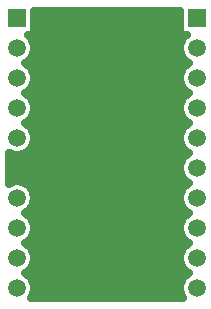
<source format=gbl>
G04 DipTrace 3.1.0.1*
G04 MSP440FR2311.gbl*
%MOIN*%
G04 #@! TF.FileFunction,Copper,L2,Bot*
G04 #@! TF.Part,Single*
G04 #@! TA.AperFunction,Conductor*
%ADD13C,0.007992*%
G04 #@! TA.AperFunction,CopperBalancing*
%ADD14C,0.025*%
G04 #@! TA.AperFunction,ComponentPad*
%ADD17R,0.059055X0.059055*%
%ADD18C,0.059055*%
G04 #@! TA.AperFunction,ViaPad*
%ADD20C,0.04*%
%FSLAX26Y26*%
G04*
G70*
G90*
G75*
G01*
G04 Bottom*
%LPD*%
X874000Y624000D2*
D13*
Y754000D1*
X854000Y774000D1*
Y764000D1*
X884000Y1204000D2*
Y1174000D1*
X864000Y1154000D1*
X874000Y1304000D2*
Y1284000D1*
X854000Y1264000D1*
Y1234000D1*
D20*
X874000Y624000D3*
X884000Y1204000D3*
X874000Y1304000D3*
X522915Y1366631D2*
D14*
X1005079D1*
X522915Y1341762D2*
X1005079D1*
X522915Y1316894D2*
X1005079D1*
X517963Y1292025D2*
X1010031D1*
X522879Y1267156D2*
X1005114D1*
X516133Y1242287D2*
X1011861D1*
X495070Y1217419D2*
X1032925D1*
X517713Y1192550D2*
X1010282D1*
X522915Y1167681D2*
X1005114D1*
X516420Y1142812D2*
X1011573D1*
X494172Y1117944D2*
X1033858D1*
X517496Y1093075D2*
X1010533D1*
X522915Y1068206D2*
X1005079D1*
X516707Y1043337D2*
X1011323D1*
X493203Y1018469D2*
X1034791D1*
X517245Y993600D2*
X1010785D1*
X522915Y968731D2*
X1005079D1*
X516958Y943862D2*
X1011035D1*
X492163Y918993D2*
X1035832D1*
X439018Y894125D2*
X1011035D1*
X439018Y869256D2*
X1005079D1*
X439018Y844387D2*
X1010785D1*
X491122Y819518D2*
X1034827D1*
X516707Y794650D2*
X1011287D1*
X522915Y769781D2*
X1005079D1*
X517461Y744912D2*
X1010533D1*
X494136Y720043D2*
X1033858D1*
X516420Y695175D2*
X1011573D1*
X522915Y670306D2*
X1005114D1*
X517713Y645437D2*
X1010282D1*
X495070Y620568D2*
X1032925D1*
X516133Y595699D2*
X1011861D1*
X522879Y570831D2*
X1005114D1*
X517963Y545962D2*
X1010031D1*
X495930Y521093D2*
X1032064D1*
X515846Y496224D2*
X1012148D1*
X522879Y471356D2*
X1005114D1*
X518178Y446487D2*
X1009815D1*
X520417Y1391476D2*
Y1312972D1*
X499138D1*
X504008Y1308618D1*
X509717Y1301932D1*
X514311Y1294436D1*
X517675Y1286314D1*
X519727Y1277765D1*
X520417Y1269000D1*
X519727Y1260235D1*
X517675Y1251686D1*
X514311Y1243564D1*
X509717Y1236068D1*
X504008Y1229382D1*
X497322Y1223673D1*
X489654Y1219000D1*
X497322Y1214327D1*
X504008Y1208618D1*
X509717Y1201932D1*
X514311Y1194436D1*
X517675Y1186314D1*
X519727Y1177765D1*
X520417Y1169000D1*
X519727Y1160235D1*
X517675Y1151686D1*
X514311Y1143564D1*
X509717Y1136068D1*
X504008Y1129382D1*
X497322Y1123673D1*
X489654Y1119000D1*
X497322Y1114327D1*
X504008Y1108618D1*
X509717Y1101932D1*
X514311Y1094436D1*
X517675Y1086314D1*
X519727Y1077765D1*
X520417Y1069000D1*
X519727Y1060235D1*
X517675Y1051686D1*
X514311Y1043564D1*
X509717Y1036068D1*
X504008Y1029382D1*
X497322Y1023673D1*
X489654Y1019000D1*
X497322Y1014327D1*
X504008Y1008618D1*
X509717Y1001932D1*
X514311Y994436D1*
X517675Y986314D1*
X519727Y977765D1*
X520417Y969000D1*
X519727Y960235D1*
X517675Y951686D1*
X514311Y943564D1*
X509717Y936068D1*
X504008Y929382D1*
X497322Y923673D1*
X489825Y919079D1*
X481703Y915715D1*
X473155Y913663D1*
X464390Y912972D1*
X455625Y913663D1*
X447076Y915715D1*
X438954Y919079D1*
X436509Y920448D1*
X436500Y817617D1*
X442949Y820762D1*
X451311Y823479D1*
X459993Y824854D1*
X468786D1*
X477469Y823479D1*
X485831Y820762D1*
X493664Y816772D1*
X500777Y811604D1*
X506993Y805387D1*
X512161Y798274D1*
X516152Y790441D1*
X518869Y782079D1*
X520244Y773396D1*
Y764604D1*
X518869Y755921D1*
X516152Y747559D1*
X512161Y739726D1*
X506993Y732613D1*
X500777Y726396D1*
X493664Y721228D1*
X489825Y718921D1*
X497322Y714327D1*
X504008Y708618D1*
X509717Y701932D1*
X514311Y694436D1*
X517675Y686314D1*
X519727Y677765D1*
X520417Y669000D1*
X519727Y660235D1*
X517675Y651686D1*
X514311Y643564D1*
X509717Y636068D1*
X504008Y629382D1*
X497322Y623673D1*
X489654Y619000D1*
X497322Y614327D1*
X504008Y608618D1*
X509717Y601932D1*
X514311Y594436D1*
X517675Y586314D1*
X519727Y577765D1*
X520417Y569000D1*
X519727Y560235D1*
X517675Y551686D1*
X514311Y543564D1*
X509717Y536068D1*
X504008Y529382D1*
X497322Y523673D1*
X489654Y519000D1*
X497322Y514327D1*
X504008Y508618D1*
X509717Y501932D1*
X514311Y494436D1*
X517675Y486314D1*
X519727Y477765D1*
X520417Y469000D1*
X519727Y460235D1*
X517675Y451686D1*
X514311Y443564D1*
X510013Y436510D1*
X1017991Y436500D1*
X1013689Y443564D1*
X1010325Y451686D1*
X1008273Y460235D1*
X1007583Y469000D1*
X1008273Y477765D1*
X1010325Y486314D1*
X1013689Y494436D1*
X1018283Y501932D1*
X1023992Y508618D1*
X1030678Y514327D1*
X1038346Y519000D1*
X1030678Y523673D1*
X1023992Y529382D1*
X1018283Y536068D1*
X1013689Y543564D1*
X1010325Y551686D1*
X1008273Y560235D1*
X1007583Y569000D1*
X1008273Y577765D1*
X1010325Y586314D1*
X1013689Y594436D1*
X1018283Y601932D1*
X1023992Y608618D1*
X1030678Y614327D1*
X1038346Y619000D1*
X1030678Y623673D1*
X1023992Y629382D1*
X1018283Y636068D1*
X1013689Y643564D1*
X1010325Y651686D1*
X1008273Y660235D1*
X1007583Y669000D1*
X1008273Y677765D1*
X1010325Y686314D1*
X1013689Y694436D1*
X1018283Y701932D1*
X1023992Y708618D1*
X1030678Y714327D1*
X1038346Y719000D1*
X1030678Y723673D1*
X1023992Y729382D1*
X1018283Y736068D1*
X1013689Y743564D1*
X1010325Y751686D1*
X1008273Y760235D1*
X1007583Y769000D1*
X1008273Y777765D1*
X1010325Y786314D1*
X1013689Y794436D1*
X1018283Y801932D1*
X1023992Y808618D1*
X1030678Y814327D1*
X1038346Y819000D1*
X1030678Y823673D1*
X1023992Y829382D1*
X1018283Y836068D1*
X1013689Y843564D1*
X1010325Y851686D1*
X1008273Y860235D1*
X1007583Y869000D1*
X1008273Y877765D1*
X1010325Y886314D1*
X1013689Y894436D1*
X1018283Y901932D1*
X1023992Y908618D1*
X1030678Y914327D1*
X1038346Y919000D1*
X1030678Y923673D1*
X1023992Y929382D1*
X1018283Y936068D1*
X1013689Y943564D1*
X1010325Y951686D1*
X1008273Y960235D1*
X1007583Y969000D1*
X1008273Y977765D1*
X1010325Y986314D1*
X1013689Y994436D1*
X1018283Y1001932D1*
X1023992Y1008618D1*
X1030678Y1014327D1*
X1038346Y1019000D1*
X1030678Y1023673D1*
X1023992Y1029382D1*
X1018283Y1036068D1*
X1013689Y1043564D1*
X1010325Y1051686D1*
X1008273Y1060235D1*
X1007583Y1069000D1*
X1008273Y1077765D1*
X1010325Y1086314D1*
X1013689Y1094436D1*
X1018283Y1101932D1*
X1023992Y1108618D1*
X1030678Y1114327D1*
X1038346Y1119000D1*
X1030678Y1123673D1*
X1023992Y1129382D1*
X1018283Y1136068D1*
X1013689Y1143564D1*
X1010325Y1151686D1*
X1008273Y1160235D1*
X1007583Y1169000D1*
X1008273Y1177765D1*
X1010325Y1186314D1*
X1013689Y1194436D1*
X1018283Y1201932D1*
X1023992Y1208618D1*
X1030678Y1214327D1*
X1038346Y1219000D1*
X1030678Y1223673D1*
X1023992Y1229382D1*
X1018283Y1236068D1*
X1013689Y1243564D1*
X1010325Y1251686D1*
X1008273Y1260235D1*
X1007583Y1269000D1*
X1008273Y1277765D1*
X1010325Y1286314D1*
X1013689Y1294436D1*
X1018283Y1301932D1*
X1023992Y1308618D1*
X1028965Y1312976D1*
X1007583Y1312972D1*
Y1391522D1*
X520416Y1391500D1*
D17*
X464390Y1369000D3*
D18*
Y1269000D3*
Y1169000D3*
Y1069000D3*
Y969000D3*
Y869000D3*
Y769000D3*
Y669000D3*
Y569000D3*
Y469000D3*
D17*
X1063610Y1369000D3*
D18*
Y1269000D3*
Y1169000D3*
Y1069000D3*
Y969000D3*
Y869000D3*
Y769000D3*
Y669000D3*
Y569000D3*
Y469000D3*
M02*

</source>
